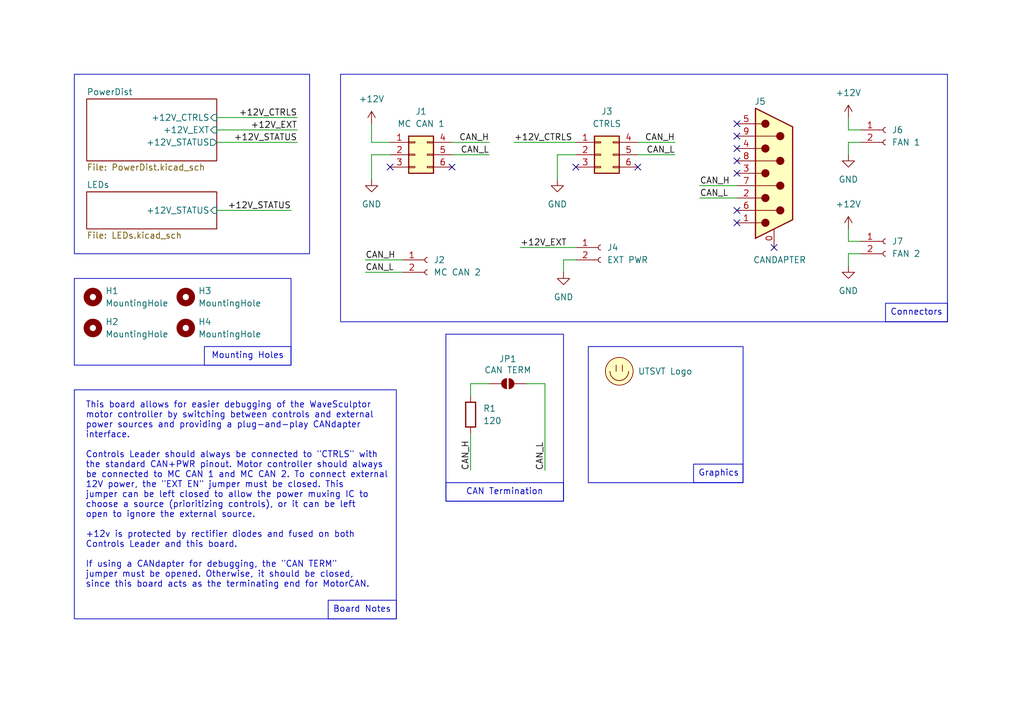
<source format=kicad_sch>
(kicad_sch (version 20250114) (generator "eeschema") (generator_version "9.0")
  (paper "A5")
  (title_block (title "Controls - Motor Controller Breakout") (date "2024-12-22") (rev "v2.1") (company "LHRS"))
  (lib_symbols
    (symbol "Connector:Conn_01x02_Socket" (pin_names (offset 1.016) (hide yes))
      (property "Reference" "J" (at 0 2.54 0))
      (property "Value" "Conn_01x02_Socket" (at 0 -5.08 0))
      (symbol "Conn_01x02_Socket_1_1"
        (polyline (pts (xy -1.27 0) (xy -0.508 0)) (stroke (width 0.1524)))
        (polyline (pts (xy -1.27 -2.54) (xy -0.508 -2.54)) (stroke (width 0.1524)))
        (arc (start 0 -0.508) (mid -0.5058 0) (end 0 0.508) (stroke (width 0.1524)))
        (arc (start 0 -3.048) (mid -0.5058 -2.54) (end 0 -2.032) (stroke (width 0.1524)))
        (pin passive line (at -5.08 0 0) (length 3.81) (name "Pin_1") (number "1"))
        (pin passive line (at -5.08 -2.54 0) (length 3.81) (name "Pin_2") (number "2"))
      )
    )
    (symbol "Connector:DE9_Plug_MountingHoles" (pin_names (offset 1.016) (hide yes))
      (property "Reference" "J" (at 0 16.51 0))
      (property "Value" "DE9_Plug_MountingHoles" (at 0 14.605 0))
      (symbol "DE9_Plug_MountingHoles_0_1"
        (polyline (pts (xy -3.81 10.16) (xy -2.54 10.16)))
        (polyline (pts (xy -3.81 7.62) (xy 0.508 7.62)))
        (polyline (pts (xy -3.81 5.08) (xy -2.54 5.08)))
        (polyline (pts (xy -3.81 2.54) (xy 0.508 2.54)))
        (polyline (pts (xy -3.81 0) (xy -2.54 0)))
        (polyline (pts (xy -3.81 -2.54) (xy 0.508 -2.54)))
        (polyline (pts (xy -3.81 -5.08) (xy -2.54 -5.08)))
        (polyline (pts (xy -3.81 -7.62) (xy 0.508 -7.62)))
        (polyline (pts (xy -3.81 -10.16) (xy -2.54 -10.16)))
        (polyline (pts (xy -3.81 -13.335) (xy -3.81 13.335) (xy 3.81 9.525) (xy 3.81 -9.525) (xy -3.81 -13.335)) (stroke (width 0.254)) (fill (type background)))
        (circle (center -1.778 10.16) (radius 0.762) (fill (type outline)))
        (circle (center -1.778 5.08) (radius 0.762) (fill (type outline)))
        (circle (center -1.778 0) (radius 0.762) (fill (type outline)))
        (circle (center -1.778 -5.08) (radius 0.762) (fill (type outline)))
        (circle (center -1.778 -10.16) (radius 0.762) (fill (type outline)))
        (circle (center 1.27 7.62) (radius 0.762) (fill (type outline)))
        (circle (center 1.27 2.54) (radius 0.762) (fill (type outline)))
        (circle (center 1.27 -2.54) (radius 0.762) (fill (type outline)))
        (circle (center 1.27 -7.62) (radius 0.762) (fill (type outline)))
      )
      (symbol "DE9_Plug_MountingHoles_1_1"
        (pin passive line (at -7.62 10.16 0) (length 3.81) (name "5") (number "5"))
        (pin passive line (at -7.62 7.62 0) (length 3.81) (name "9") (number "9"))
        (pin passive line (at -7.62 5.08 0) (length 3.81) (name "4") (number "4"))
        (pin passive line (at -7.62 2.54 0) (length 3.81) (name "8") (number "8"))
        (pin passive line (at -7.62 0 0) (length 3.81) (name "3") (number "3"))
        (pin passive line (at -7.62 -2.54 0) (length 3.81) (name "7") (number "7"))
        (pin passive line (at -7.62 -5.08 0) (length 3.81) (name "2") (number "2"))
        (pin passive line (at -7.62 -7.62 0) (length 3.81) (name "6") (number "6"))
        (pin passive line (at -7.62 -10.16 0) (length 3.81) (name "1") (number "1"))
        (pin passive line (at 0 -15.24 90) (length 3.81) (name "PAD") (number "0"))
      )
    )
    (symbol "Connector_Generic:Conn_02x03_Top_Bottom" (pin_names (offset 1.016) (hide yes))
      (property "Reference" "J" (at 1.27 5.08 0))
      (property "Value" "Conn_02x03_Top_Bottom" (at 1.27 -5.08 0))
      (symbol "Conn_02x03_Top_Bottom_1_1"
        (rectangle (start -1.27 3.81) (end 3.81 -3.81) (stroke (width 0.254)) (fill (type background)))
        (rectangle (start -1.27 2.667) (end 0 2.413) (stroke (width 0.1524)))
        (rectangle (start -1.27 0.127) (end 0 -0.127) (stroke (width 0.1524)))
        (rectangle (start -1.27 -2.413) (end 0 -2.667) (stroke (width 0.1524)))
        (rectangle (start 3.81 2.667) (end 2.54 2.413) (stroke (width 0.1524)))
        (rectangle (start 3.81 0.127) (end 2.54 -0.127) (stroke (width 0.1524)))
        (rectangle (start 3.81 -2.413) (end 2.54 -2.667) (stroke (width 0.1524)))
        (pin passive line (at -5.08 2.54 0) (length 3.81) (name "Pin_1") (number "1"))
        (pin passive line (at -5.08 0 0) (length 3.81) (name "Pin_2") (number "2"))
        (pin passive line (at -5.08 -2.54 0) (length 3.81) (name "Pin_3") (number "3"))
        (pin passive line (at 7.62 2.54 180) (length 3.81) (name "Pin_4") (number "4"))
        (pin passive line (at 7.62 0 180) (length 3.81) (name "Pin_5") (number "5"))
        (pin passive line (at 7.62 -2.54 180) (length 3.81) (name "Pin_6") (number "6"))
      )
    )
    (symbol "Device:R" (pin_numbers (hide yes)) (pin_names (offset 0))
      (property "Reference" "R" (at 2.032 0 90))
      (property "Value" "R" (at 0 0 90))
      (symbol "R_0_1"
        (rectangle (start -1.016 -2.54) (end 1.016 2.54) (stroke (width 0.254)))
      )
      (symbol "R_1_1"
        (pin passive line (at 0 3.81 270) (length 1.27) (name "~") (number "1"))
        (pin passive line (at 0 -3.81 90) (length 1.27) (name "~") (number "2"))
      )
    )
    (symbol "Jumper:SolderJumper_2_Open" (pin_numbers (hide yes)) (pin_names (offset 0) (hide yes)) (exclude_from_sim yes) (in_bom no)
      (property "Reference" "JP" (at 0 2.032 0))
      (property "Value" "SolderJumper_2_Open" (at 0 -2.54 0))
      (symbol "SolderJumper_2_Open_0_1"
        (polyline (pts (xy -0.254 1.016) (xy -0.254 -1.016)))
        (arc (start -0.254 -1.016) (mid -1.2656 0) (end -0.254 1.016))
        (arc (start -0.254 -1.016) (mid -1.2656 0) (end -0.254 1.016) (fill (type outline)))
        (arc (start 0.254 1.016) (mid 1.2656 0) (end 0.254 -1.016))
        (arc (start 0.254 1.016) (mid 1.2656 0) (end 0.254 -1.016) (fill (type outline)))
        (polyline (pts (xy 0.254 1.016) (xy 0.254 -1.016)))
      )
      (symbol "SolderJumper_2_Open_1_1"
        (pin passive line (at -3.81 0 0) (length 2.54) (name "A") (number "1"))
        (pin passive line (at 3.81 0 180) (length 2.54) (name "B") (number "2"))
      )
    )
    (symbol "Mechanical:MountingHole" (pin_names (offset 1.016)) (exclude_from_sim yes) (in_bom no)
      (property "Reference" "H" (at 0 5.08 0))
      (property "Value" "MountingHole" (at 0 3.175 0))
      (symbol "MountingHole_0_1"
        (circle (center 0 0) (radius 1.27) (stroke (width 1.27)))
      )
    )
    (symbol "power:+12V" (power) (pin_numbers (hide yes)) (pin_names (offset 0) (hide yes))
      (property "Value" "+12V" (at 0 3.556 0))
      (symbol "+12V_0_1"
        (polyline (pts (xy -0.762 1.27) (xy 0 2.54)))
        (polyline (pts (xy 0 2.54) (xy 0.762 1.27)))
        (polyline (pts (xy 0 0) (xy 0 2.54)))
      )
      (symbol "+12V_1_1"
        (pin power_in line (at 0 0 90) (length 0) (name "~") (number "1"))
      )
    )
    (symbol "power:GND" (power) (pin_numbers (hide yes)) (pin_names (offset 0) (hide yes))
      (property "Value" "GND" (at 0 -3.81 0))
      (symbol "GND_0_1"
        (polyline (pts (xy 0 0) (xy 0 -1.27) (xy 1.27 -1.27) (xy 0 -2.54) (xy -1.27 -1.27) (xy 0 -1.27)))
      )
      (symbol "GND_1_1"
        (pin power_in line (at 0 0 270) (length 0) (name "~") (number "1"))
      )
    )
    (symbol "utsvt-misc:Logo_Placeholder" (pin_names (offset 1.016))
      (property "Value" "Logo_Placeholder" (at 0 3.81 0))
      (symbol "Logo_Placeholder_0_1"
        (polyline (pts (xy -0.635 1.27) (xy -0.635 0)))
        (arc (start 1.905 0) (mid 0 -1.8967) (end -1.905 0))
        (circle (center 0 0) (radius 2.8448) (fill (type background)))
        (polyline (pts (xy 0.635 1.27) (xy 0.635 0)))
      )
    )
  )
  (rectangle (start 15.24 15.24) (end 63.5 52.07))
  (rectangle (start 91.44 68.58) (end 115.57 102.87))
  (rectangle (start 120.65 71.12) (end 152.4 99.06))
  (rectangle (start 15.24 57.15) (end 59.69 74.93))
  (rectangle (start 69.85 15.24) (end 194.31 66.04))
  (rectangle (start 15.24 80.01) (end 81.28 127))
  (text "This board allows for easier debugging of the WaveSculptor\nmotor controller by switching between controls and external\npower sources and providing a plug-and-play CANdapter\ninterface.\n\nControls Leader should always be connected to \"CTRLS\" with\nthe standard CAN+PWR pinout. Motor controller should always\nbe connected to MC CAN 1 and MC CAN 2. To connect external\n12V power, the \"EXT EN\" jumper must be closed. This\njumper can be left closed to allow the power muxing IC to\nchoose a source (prioritizing controls), or it can be left\nopen to ignore the external source.\n\n+12v is protected by rectifier diodes and fused on both\nControls Leader and this board.\n\nIf using a CANdapter for debugging, the \"CAN TERM\"\njumper must be opened. Otherwise, it should be closed,\nsince this board acts as the terminating end for MotorCAN." (at 17.526 101.6 0) (effects (font (size 1.27 1.27)) (justify left)))
  (text_box "Graphics" (at 142.24 95.25 0) (size 10.16 3.81) (margins 0.9525 0.9525 0.9525 0.9525) (effects (font (size 1.27 1.27)) (justify left top)))
  (text_box "Board Notes" (at 67.31 123.19 0) (size 13.97 3.81) (margins 0.9525 0.9525 0.9525 0.9525) (effects (font (size 1.27 1.27)) (justify left top)))
  (text_box "Mounting Holes" (at 41.91 71.12 0) (size 17.78 3.81) (margins 0.9525 0.9525 0.9525 0.9525) (effects (font (size 1.27 1.27)) (justify top)))
  (text_box "Connectors" (at 181.61 62.23 0) (size 12.7 3.81) (margins 0.9525 0.9525 0.9525 0.9525) (effects (font (size 1.27 1.27)) (justify left top)))
  (text_box "CAN Termination" (at 91.44 99.06 0) (size 24.13 3.81) (margins 0.9525 0.9525 0.9525 0.9525) (effects (font (size 1.27 1.27)) (justify top)))
  (no_connect (at 151.13 30.48))
  (no_connect (at 151.13 27.94))
  (no_connect (at 151.13 25.4))
  (no_connect (at 80.01 34.29))
  (no_connect (at 151.13 35.56))
  (no_connect (at 130.81 34.29))
  (no_connect (at 151.13 33.02))
  (no_connect (at 151.13 43.18))
  (no_connect (at 92.71 34.29))
  (no_connect (at 118.11 34.29))
  (no_connect (at 158.75 50.8))
  (no_connect (at 151.13 45.72))
  (wire (pts (xy 105.41 29.21) (xy 118.11 29.21)))
  (wire (pts (xy 173.99 49.53) (xy 173.99 46.99)))
  (wire (pts (xy 80.01 29.21) (xy 76.2 29.21)))
  (wire (pts (xy 130.81 29.21) (xy 138.43 29.21)))
  (wire (pts (xy 143.51 40.64) (xy 151.13 40.64)))
  (wire (pts (xy 173.99 52.07) (xy 173.99 54.61)))
  (wire (pts (xy 92.71 29.21) (xy 100.33 29.21)))
  (wire (pts (xy 176.53 29.21) (xy 173.99 29.21)))
  (wire (pts (xy 114.3 31.75) (xy 114.3 36.83)))
  (wire (pts (xy 44.45 43.18) (xy 59.69 43.18)))
  (wire (pts (xy 80.01 31.75) (xy 76.2 31.75)))
  (wire (pts (xy 44.45 26.67) (xy 60.96 26.67)))
  (wire (pts (xy 96.52 81.28) (xy 96.52 78.74)))
  (wire (pts (xy 118.11 53.34) (xy 115.57 53.34)))
  (wire (pts (xy 96.52 78.74) (xy 100.33 78.74)))
  (wire (pts (xy 111.76 96.52) (xy 111.76 78.74)))
  (wire (pts (xy 176.53 26.67) (xy 173.99 26.67)))
  (wire (pts (xy 118.11 31.75) (xy 114.3 31.75)))
  (wire (pts (xy 96.52 88.9) (xy 96.52 96.52)))
  (wire (pts (xy 76.2 29.21) (xy 76.2 25.4)))
  (wire (pts (xy 106.68 50.8) (xy 118.11 50.8)))
  (wire (pts (xy 44.45 24.13) (xy 60.96 24.13)))
  (wire (pts (xy 176.53 52.07) (xy 173.99 52.07)))
  (wire (pts (xy 173.99 29.21) (xy 173.99 31.75)))
  (wire (pts (xy 74.93 55.88) (xy 82.55 55.88)))
  (wire (pts (xy 173.99 26.67) (xy 173.99 24.13)))
  (wire (pts (xy 143.51 38.1) (xy 151.13 38.1)))
  (wire (pts (xy 107.95 78.74) (xy 111.76 78.74)))
  (wire (pts (xy 92.71 31.75) (xy 100.33 31.75)))
  (wire (pts (xy 115.57 53.34) (xy 115.57 55.88)))
  (wire (pts (xy 74.93 53.34) (xy 82.55 53.34)))
  (wire (pts (xy 76.2 31.75) (xy 76.2 36.83)))
  (wire (pts (xy 44.45 29.21) (xy 60.96 29.21)))
  (wire (pts (xy 176.53 49.53) (xy 173.99 49.53)))
  (wire (pts (xy 130.81 31.75) (xy 138.43 31.75)))
  (label "CAN_L" (at 111.76 96.52 90))
  (label "CAN_L" (at 143.51 40.64 0))
  (label "CAN_H" (at 138.43 29.21 180))
  (label "CAN_H" (at 143.51 38.1 0))
  (label "CAN_L" (at 74.93 55.88 0))
  (label "CAN_H" (at 74.93 53.34 0))
  (label "CAN_H" (at 96.52 96.52 90))
  (label "+12V_CTRLS" (at 60.96 24.13 180))
  (label "+12V_EXT" (at 60.96 26.67 180))
  (label "CAN_L" (at 138.43 31.75 180))
  (label "+12V_CTRLS" (at 105.41 29.21 0))
  (label "CAN_L" (at 100.33 31.75 180))
  (label "+12V_EXT" (at 106.68 50.8 0))
  (label "CAN_H" (at 100.33 29.21 180))
  (label "+12V_STATUS" (at 59.69 43.18 180))
  (label "+12V_STATUS" (at 60.96 29.21 180))
  (symbol (lib_id "Connector_Generic:Conn_02x03_Top_Bottom") (at 85.09 31.75 0) (unit 1)
    (property "Reference" "J1" (at 86.36 22.86 0))
    (property "Value" "MC CAN 1" (at 86.36 25.4 0))
    (property "Footprint" "Connector_Molex:Molex_Micro-Fit_3.0_43045-0612_2x03_P3.00mm_Vertical" (effects (hide yes)))
    (property "Description" "Generic connector, double row, 02x03, top/bottom pin numbering scheme (row 1: 1...pins_per_row, row2: pins_per_row+1 ... num_pins), script generated (kicad-library-utils/schlib/autogen/connector/)" (effects (hide yes)))
    (property "P/N" "430450612" (effects (hide yes)))
  )
  (symbol (lib_id "Mechanical:MountingHole") (at 38.1 60.96 0) (unit 1) (exclude_from_sim yes) (in_bom no)
    (property "Reference" "H3" (at 40.64 59.6899 0) (effects (justify left)))
    (property "Value" "MountingHole" (at 40.64 62.2299 0) (effects (justify left)))
    (property "Footprint" "MountingHole:MountingHole_3mm" (effects (hide yes)))
    (property "Description" "Mounting Hole without connection" (effects (hide yes)))
  )
  (symbol (lib_id "Connector:Conn_01x02_Socket") (at 181.61 26.67 0) (unit 1)
    (property "Reference" "J6" (at 182.88 26.6699 0) (effects (justify left)))
    (property "Value" "FAN 1" (at 182.88 29.2099 0) (effects (justify left)))
    (property "Footprint" "Connector_Molex:Molex_Micro-Fit_3.0_43650-0215_1x02_P3.00mm_Vertical" (effects (hide yes)))
    (property "Description" "Generic connector, single row, 01x02, script generated" (effects (hide yes)))
    (property "P/N" "0436500215" (effects (hide yes)))
  )
  (symbol (lib_id "Connector:Conn_01x02_Socket") (at 181.61 49.53 0) (unit 1)
    (property "Reference" "J7" (at 182.88 49.5299 0) (effects (justify left)))
    (property "Value" "FAN 2" (at 182.88 52.0699 0) (effects (justify left)))
    (property "Footprint" "Connector_Molex:Molex_Micro-Fit_3.0_43650-0215_1x02_P3.00mm_Vertical" (effects (hide yes)))
    (property "Description" "Generic connector, single row, 01x02, script generated" (effects (hide yes)))
    (property "P/N" "0436500215" (effects (hide yes)))
  )
  (symbol (lib_id "power:+12V") (at 76.2 25.4 0) (unit 1)
    (property "Reference" "#PWR01" (effects (hide yes)))
    (property "Value" "+12V" (at 76.2 20.32 0))
    (property "Description" "Power symbol creates a global label with name \"+12V\"" (effects (hide yes)))
  )
  (symbol (lib_id "Mechanical:MountingHole") (at 19.05 60.96 0) (unit 1) (exclude_from_sim yes) (in_bom no)
    (property "Reference" "H1" (at 21.59 59.6899 0) (effects (justify left)))
    (property "Value" "MountingHole" (at 21.59 62.2299 0) (effects (justify left)))
    (property "Footprint" "MountingHole:MountingHole_3mm" (effects (hide yes)))
    (property "Description" "Mounting Hole without connection" (effects (hide yes)))
  )
  (symbol (lib_id "power:GND") (at 114.3 36.83 0) (unit 1)
    (property "Reference" "#PWR09" (effects (hide yes)))
    (property "Value" "GND" (at 114.3 41.91 0))
    (property "Description" "Power symbol creates a global label with name \"GND\" , ground" (effects (hide yes)))
  )
  (symbol (lib_id "power:+12V") (at 173.99 46.99 0) (unit 1)
    (property "Reference" "#PWR024" (effects (hide yes)))
    (property "Value" "+12V" (at 173.99 41.91 0))
    (property "Description" "Power symbol creates a global label with name \"+12V\"" (effects (hide yes)))
  )
  (symbol (lib_id "Connector_Generic:Conn_02x03_Top_Bottom") (at 123.19 31.75 0) (unit 1)
    (property "Reference" "J3" (at 124.46 22.86 0))
    (property "Value" "CTRLS" (at 124.46 25.4 0))
    (property "Footprint" "Connector_Molex:Molex_Micro-Fit_3.0_43045-0612_2x03_P3.00mm_Vertical" (effects (hide yes)))
    (property "Description" "Generic connector, double row, 02x03, top/bottom pin numbering scheme (row 1: 1...pins_per_row, row2: pins_per_row+1 ... num_pins), script generated (kicad-library-utils/schlib/autogen/connector/)" (effects (hide yes)))
    (property "P/N" "430450612" (effects (hide yes)))
  )
  (symbol (lib_id "Connector:DE9_Plug_MountingHoles") (at 158.75 35.56 0) (unit 1)
    (property "Reference" "J5" (at 154.686 20.828 0) (effects (justify left)))
    (property "Value" "CANDAPTER" (at 154.432 53.34 0) (effects (justify left)))
    (property "Footprint" "DB-9 Connector:AMPHENOL_L77SDE09SA4CH3R" (effects (hide yes)))
    (property "Datasheet" "https://cdn.amphenol-cs.com/media/wysiwyg/files/drawing/l77sdxxxsa4ch3r.pdf" (effects (hide yes)))
    (property "Description" "9-pin male plug pin D-SUB connector, Mounting Hole" (effects (hide yes)))
    (property "P/N" "L77SDE09SA4CH3R" (effects (hide yes)))
  )
  (symbol (lib_id "power:GND") (at 173.99 54.61 0) (unit 1)
    (property "Reference" "#PWR026" (effects (hide yes)))
    (property "Value" "GND" (at 173.99 59.69 0))
    (property "Description" "Power symbol creates a global label with name \"GND\" , ground" (effects (hide yes)))
  )
  (symbol (lib_id "power:+12V") (at 173.99 24.13 0) (unit 1)
    (property "Reference" "#PWR018" (effects (hide yes)))
    (property "Value" "+12V" (at 173.99 19.05 0))
    (property "Description" "Power symbol creates a global label with name \"+12V\"" (effects (hide yes)))
  )
  (symbol (lib_id "power:GND") (at 76.2 36.83 0) (unit 1)
    (property "Reference" "#PWR04" (effects (hide yes)))
    (property "Value" "GND" (at 76.2 41.91 0))
    (property "Description" "Power symbol creates a global label with name \"GND\" , ground" (effects (hide yes)))
  )
  (symbol (lib_id "power:GND") (at 173.99 31.75 0) (unit 1)
    (property "Reference" "#PWR025" (effects (hide yes)))
    (property "Value" "GND" (at 173.99 36.83 0))
    (property "Description" "Power symbol creates a global label with name \"GND\" , ground" (effects (hide yes)))
  )
  (symbol (lib_id "Connector:Conn_01x02_Socket") (at 123.19 50.8 0) (unit 1)
    (property "Reference" "J4" (at 124.46 50.7999 0) (effects (justify left)))
    (property "Value" "EXT PWR" (at 124.46 53.34 0) (effects (justify left)))
    (property "Footprint" "Connector_Molex:Molex_Micro-Fit_3.0_43650-0215_1x02_P3.00mm_Vertical" (effects (hide yes)))
    (property "Description" "Generic connector, single row, 01x02, script generated" (effects (hide yes)))
    (property "P/N" "0436500215" (effects (hide yes)))
  )
  (symbol (lib_id "Mechanical:MountingHole") (at 19.05 67.31 0) (unit 1) (exclude_from_sim yes) (in_bom no)
    (property "Reference" "H2" (at 21.59 66.0399 0) (effects (justify left)))
    (property "Value" "MountingHole" (at 21.59 68.5799 0) (effects (justify left)))
    (property "Footprint" "MountingHole:MountingHole_3mm" (effects (hide yes)))
    (property "Description" "Mounting Hole without connection" (effects (hide yes)))
  )
  (symbol (lib_id "power:GND") (at 115.57 55.88 0) (unit 1)
    (property "Reference" "#PWR07" (effects (hide yes)))
    (property "Value" "GND" (at 115.57 60.96 0))
    (property "Description" "Power symbol creates a global label with name \"GND\" , ground" (effects (hide yes)))
  )
  (symbol (lib_id "Connector:Conn_01x02_Socket") (at 87.63 53.34 0) (unit 1)
    (property "Reference" "J2" (at 88.9 53.3399 0) (effects (justify left)))
    (property "Value" "MC CAN 2" (at 88.9 55.88 0) (effects (justify left)))
    (property "Footprint" "Connector_Molex:Molex_Micro-Fit_3.0_43650-0215_1x02_P3.00mm_Vertical" (effects (hide yes)))
    (property "Description" "Generic connector, single row, 01x02, script generated" (effects (hide yes)))
    (property "P/N" "0436500215" (effects (hide yes)))
  )
  (symbol (lib_id "Jumper:SolderJumper_2_Open") (at 104.14 78.74 0) (unit 1) (exclude_from_sim yes) (in_bom no)
    (property "Reference" "JP1" (at 104.14 73.66 0))
    (property "Value" "CAN TERM" (at 104.14 75.946 0))
    (property "Footprint" "Jumper:SolderJumper-2_P1.3mm_Open_RoundedPad1.0x1.5mm" (effects (hide yes)))
    (property "Description" "Solder Jumper, 2-pole, open" (effects (hide yes)))
  )
  (symbol (lib_id "Mechanical:MountingHole") (at 38.1 67.31 0) (unit 1) (exclude_from_sim yes) (in_bom no)
    (property "Reference" "H4" (at 40.64 66.0399 0) (effects (justify left)))
    (property "Value" "MountingHole" (at 40.64 68.5799 0) (effects (justify left)))
    (property "Footprint" "MountingHole:MountingHole_3mm" (effects (hide yes)))
    (property "Description" "Mounting Hole without connection" (effects (hide yes)))
  )
  (symbol (lib_id "utsvt-misc:Logo_Placeholder") (at 127 76.2 0) (unit 1)
    (property "Reference" "LOGO1" (effects (hide yes)))
    (property "Value" "UTSVT Logo" (at 130.81 76.1999 0) (effects (justify left)))
    (property "Footprint" "UTSVT_Special:UTSVT_Logo_Symbol" (effects (hide yes)))
    (property "Description" "Graph footprint placeholder" (effects (hide yes)))
  )
  (symbol (lib_id "Device:R") (at 96.52 85.09 0) (unit 1)
    (property "Reference" "R1" (at 99.06 83.8199 0) (effects (justify left)))
    (property "Value" "120" (at 99.06 86.3599 0) (effects (justify left)))
    (property "Footprint" "Resistor_SMD:R_0805_2012Metric" (effects (hide yes)))
    (property "Datasheet" "https://www.mouser.com/ProductDetail/71-CRCW0805120RFKEA" (effects (hide yes)))
    (property "Description" "Resistor" (effects (hide yes)))
    (property "P/N" "CRCW0805120RFKEA" (effects (hide yes)))
  )
  (sheet (at 17.78 20.32) (size 26.67 12.7) (stroke (width 0.1524))
    (property "Sheetname" "PowerDist" (at 17.78 19.6084 0) (effects (justify left bottom)))
    (property "Sheetfile" "PowerDist.kicad_sch" (at 17.78 33.6046 0) (effects (justify left top)))
    (pin "+12V_CTRLS" input (at 44.45 24.13 0))
    (pin "+12V_EXT" input (at 44.45 26.67 0))
    (pin "+12V_STATUS" output (at 44.45 29.21 0))
  )
  (sheet (at 17.78 39.37) (size 26.67 7.62) (stroke (width 0.1524))
    (property "Sheetname" "LEDs" (at 17.78 38.6584 0) (effects (justify left bottom)))
    (property "Sheetfile" "LEDs.kicad_sch" (at 17.78 47.5746 0) (effects (justify left top)))
    (pin "+12V_STATUS" input (at 44.45 43.18 0))
  )
)
</source>
